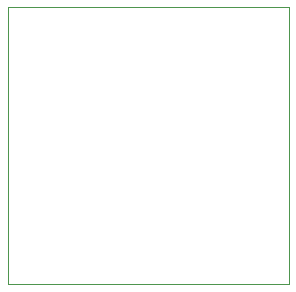
<source format=gm1>
%TF.GenerationSoftware,KiCad,Pcbnew,8.0.2*%
%TF.CreationDate,2024-05-07T13:49:06-06:00*%
%TF.ProjectId,encoder_protyping_board_high_current,656e636f-6465-4725-9f70-726f74797069,rev?*%
%TF.SameCoordinates,Original*%
%TF.FileFunction,Profile,NP*%
%FSLAX46Y46*%
G04 Gerber Fmt 4.6, Leading zero omitted, Abs format (unit mm)*
G04 Created by KiCad (PCBNEW 8.0.2) date 2024-05-07 13:49:06*
%MOMM*%
%LPD*%
G01*
G04 APERTURE LIST*
%TA.AperFunction,Profile*%
%ADD10C,0.100000*%
%TD*%
G04 APERTURE END LIST*
D10*
X184800000Y-95250000D02*
X208600000Y-95250000D01*
X208600000Y-118700000D01*
X184800000Y-118700000D01*
X184800000Y-95250000D01*
M02*

</source>
